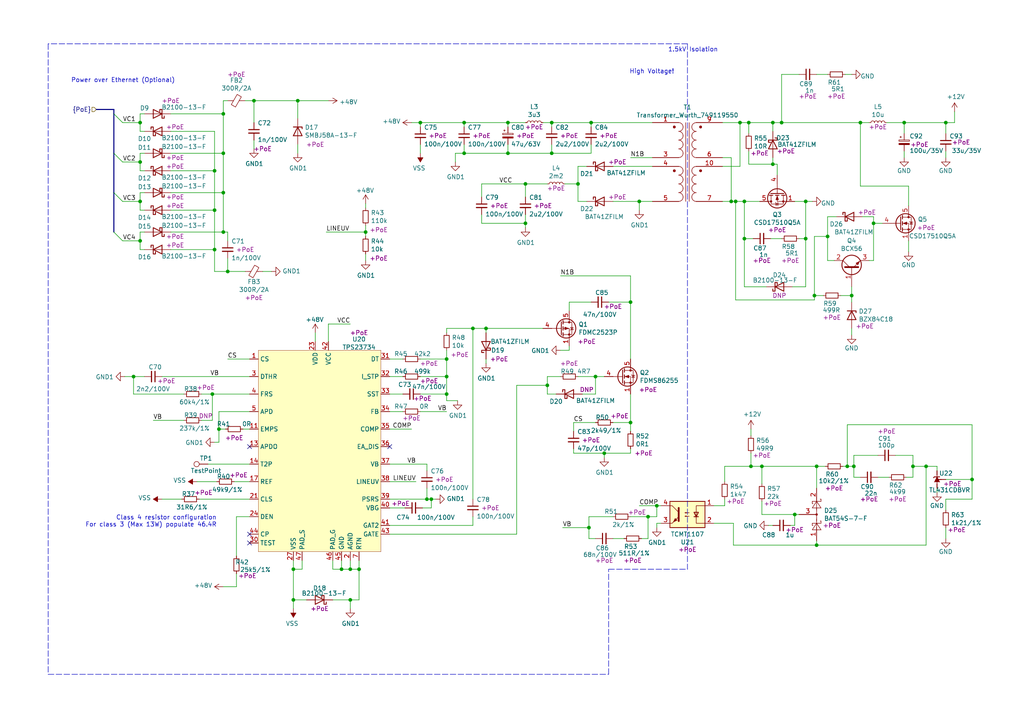
<source format=kicad_sch>
(kicad_sch (version 20210123) (generator eeschema)
  (paper "A4")
  (title_block (title "Power over Ethernet") (date "2021-01-12") (rev "0.1") (company "Nabu Casa") (comment 1 "www.nabucasa.com") (comment 2 "Light Blue"))
  (junction (at 38.735 109.22) (diameter 0.9144))
  (junction (at 40.64 35.56) (diameter 0.9144))
  (junction (at 40.64 46.99) (diameter 0.9144))
  (junction (at 40.64 58.42) (diameter 0.9144))
  (junction (at 40.64 69.85) (diameter 0.9144))
  (junction (at 61.595 114.3) (diameter 0.9144))
  (junction (at 62.23 49.53) (diameter 0.9144))
  (junction (at 62.23 60.96) (diameter 0.9144))
  (junction (at 62.23 72.39) (diameter 0.9144))
  (junction (at 63.5 124.46) (diameter 0.9144))
  (junction (at 64.77 33.02) (diameter 0.9144))
  (junction (at 64.77 44.45) (diameter 0.9144))
  (junction (at 64.77 55.88) (diameter 0.9144))
  (junction (at 64.77 67.31) (diameter 0.9144))
  (junction (at 66.04 78.74) (diameter 0.9144))
  (junction (at 73.66 29.21) (diameter 0.9144))
  (junction (at 85.09 165.1) (diameter 0.9144))
  (junction (at 85.09 173.99) (diameter 0.9144))
  (junction (at 86.36 29.21) (diameter 0.9144))
  (junction (at 99.06 165.1) (diameter 0.9144))
  (junction (at 101.6 165.1) (diameter 0.9144))
  (junction (at 101.6 173.99) (diameter 0.9144))
  (junction (at 104.14 165.1) (diameter 0.9144))
  (junction (at 106.045 67.31) (diameter 0.9144))
  (junction (at 121.92 35.56) (diameter 0.9144))
  (junction (at 123.825 144.78) (diameter 0.9144))
  (junction (at 125.095 144.78) (diameter 0.9144))
  (junction (at 129.54 104.14) (diameter 0.9144))
  (junction (at 129.54 109.22) (diameter 0.9144))
  (junction (at 129.54 114.3) (diameter 0.9144))
  (junction (at 134.62 35.56) (diameter 0.9144))
  (junction (at 134.62 44.45) (diameter 0.9144))
  (junction (at 137.16 95.25) (diameter 0.9144))
  (junction (at 140.97 95.25) (diameter 0.9144))
  (junction (at 147.32 35.56) (diameter 0.9144))
  (junction (at 147.32 44.45) (diameter 0.9144))
  (junction (at 152.4 53.34) (diameter 0.9144))
  (junction (at 152.4 64.77) (diameter 0.9144))
  (junction (at 158.75 111.76) (diameter 0.9144))
  (junction (at 160.02 35.56) (diameter 0.9144))
  (junction (at 160.02 44.45) (diameter 0.9144))
  (junction (at 167.64 53.34) (diameter 0.9144))
  (junction (at 170.815 153.035) (diameter 0.9144))
  (junction (at 171.45 35.56) (diameter 0.9144))
  (junction (at 172.72 109.22) (diameter 0.9144))
  (junction (at 175.26 131.445) (diameter 0.9144))
  (junction (at 182.88 87.63) (diameter 0.9144))
  (junction (at 182.88 122.555) (diameter 0.9144))
  (junction (at 185.42 58.42) (diameter 0.9144))
  (junction (at 187.96 149.86) (diameter 0.9144))
  (junction (at 190.5 146.685) (diameter 0.9144))
  (junction (at 212.09 58.42) (diameter 0.9144))
  (junction (at 213.36 58.42) (diameter 0.9144))
  (junction (at 214.63 35.56) (diameter 0.9144))
  (junction (at 215.9 58.42) (diameter 0.9144))
  (junction (at 215.9 69.215) (diameter 0.9144))
  (junction (at 217.17 35.56) (diameter 0.9144))
  (junction (at 217.805 135.255) (diameter 0.9144))
  (junction (at 220.98 135.255) (diameter 0.9144))
  (junction (at 224.155 35.56) (diameter 0.9144))
  (junction (at 224.155 47.625) (diameter 0.9144))
  (junction (at 226.695 35.56) (diameter 0.9144))
  (junction (at 230.505 149.225) (diameter 0.9144))
  (junction (at 233.68 58.42) (diameter 0.9144))
  (junction (at 233.68 69.215) (diameter 0.9144))
  (junction (at 236.22 85.725) (diameter 0.9144))
  (junction (at 236.855 135.255) (diameter 0.9144))
  (junction (at 236.855 158.115) (diameter 0.9144))
  (junction (at 240.03 68.58) (diameter 0.9144))
  (junction (at 245.745 135.255) (diameter 0.9144))
  (junction (at 247.015 85.725) (diameter 0.9144))
  (junction (at 247.65 135.255) (diameter 0.9144))
  (junction (at 249.555 35.56) (diameter 0.9144))
  (junction (at 253.365 64.77) (diameter 0.9144))
  (junction (at 262.255 35.56) (diameter 0.9144))
  (junction (at 264.795 135.255) (diameter 0.9144))
  (junction (at 268.605 135.255) (diameter 0.9144))
  (junction (at 274.32 35.56) (diameter 0.9144))
  (junction (at 281.94 139.065) (diameter 0.9144))
  (no_connect (at 72.39 129.54))
  (no_connect (at 72.39 154.94))
  (no_connect (at 72.39 157.48))
  (no_connect (at 113.03 129.54))
  (bus_entry (at 33.02 33.02) (size 2.54 2.54) (stroke (width 0.1524)))
  (bus_entry (at 33.02 44.45) (size 2.54 2.54) (stroke (width 0.1524)))
  (bus_entry (at 33.02 55.88) (size 2.54 2.54) (stroke (width 0.1524)))
  (bus_entry (at 33.02 67.31) (size 2.54 2.54) (stroke (width 0.1524)))
  (wire (pts (xy 35.56 35.56) (xy 40.64 35.56)))
  (wire (pts (xy 35.56 46.99) (xy 40.64 46.99)))
  (wire (pts (xy 35.56 58.42) (xy 40.64 58.42)))
  (wire (pts (xy 35.56 69.85) (xy 40.64 69.85)))
  (wire (pts (xy 36.195 109.22) (xy 38.735 109.22)))
  (wire (pts (xy 38.735 109.22) (xy 41.91 109.22)))
  (wire (pts (xy 38.735 114.3) (xy 38.735 109.22)))
  (wire (pts (xy 40.64 33.02) (xy 40.64 35.56)))
  (wire (pts (xy 40.64 38.1) (xy 40.64 35.56)))
  (wire (pts (xy 40.64 44.45) (xy 40.64 46.99)))
  (wire (pts (xy 40.64 49.53) (xy 40.64 46.99)))
  (wire (pts (xy 40.64 55.88) (xy 40.64 58.42)))
  (wire (pts (xy 40.64 60.96) (xy 40.64 58.42)))
  (wire (pts (xy 40.64 67.31) (xy 40.64 69.85)))
  (wire (pts (xy 40.64 72.39) (xy 40.64 69.85)))
  (wire (pts (xy 41.91 33.02) (xy 40.64 33.02)))
  (wire (pts (xy 41.91 38.1) (xy 40.64 38.1)))
  (wire (pts (xy 41.91 44.45) (xy 40.64 44.45)))
  (wire (pts (xy 41.91 49.53) (xy 40.64 49.53)))
  (wire (pts (xy 41.91 55.88) (xy 40.64 55.88)))
  (wire (pts (xy 41.91 60.96) (xy 40.64 60.96)))
  (wire (pts (xy 41.91 67.31) (xy 40.64 67.31)))
  (wire (pts (xy 41.91 72.39) (xy 40.64 72.39)))
  (wire (pts (xy 44.45 121.92) (xy 53.34 121.92)))
  (wire (pts (xy 46.99 109.22) (xy 72.39 109.22)))
  (wire (pts (xy 46.99 144.78) (xy 52.705 144.78)))
  (wire (pts (xy 49.53 33.02) (xy 64.77 33.02)))
  (wire (pts (xy 49.53 38.1) (xy 62.23 38.1)))
  (wire (pts (xy 49.53 44.45) (xy 64.77 44.45)))
  (wire (pts (xy 49.53 49.53) (xy 62.23 49.53)))
  (wire (pts (xy 49.53 55.88) (xy 64.77 55.88)))
  (wire (pts (xy 49.53 60.96) (xy 62.23 60.96)))
  (wire (pts (xy 49.53 67.31) (xy 64.77 67.31)))
  (wire (pts (xy 49.53 72.39) (xy 62.23 72.39)))
  (wire (pts (xy 53.34 114.3) (xy 38.735 114.3)))
  (wire (pts (xy 57.15 139.7) (xy 62.865 139.7)))
  (wire (pts (xy 57.785 144.78) (xy 72.39 144.78)))
  (wire (pts (xy 58.42 114.3) (xy 61.595 114.3)))
  (wire (pts (xy 58.42 121.92) (xy 61.595 121.92)))
  (wire (pts (xy 60.325 134.62) (xy 72.39 134.62)))
  (wire (pts (xy 61.595 114.3) (xy 72.39 114.3)))
  (wire (pts (xy 61.595 121.92) (xy 61.595 114.3)))
  (wire (pts (xy 62.23 38.1) (xy 62.23 49.53)))
  (wire (pts (xy 62.23 49.53) (xy 62.23 60.96)))
  (wire (pts (xy 62.23 60.96) (xy 62.23 72.39)))
  (wire (pts (xy 62.23 72.39) (xy 62.23 78.74)))
  (wire (pts (xy 62.23 78.74) (xy 66.04 78.74)))
  (wire (pts (xy 63.5 119.38) (xy 63.5 124.46)))
  (wire (pts (xy 63.5 119.38) (xy 72.39 119.38)))
  (wire (pts (xy 63.5 124.46) (xy 63.5 128.27)))
  (wire (pts (xy 63.5 124.46) (xy 65.405 124.46)))
  (wire (pts (xy 63.5 128.27) (xy 62.23 128.27)))
  (wire (pts (xy 64.77 29.21) (xy 64.77 33.02)))
  (wire (pts (xy 64.77 29.21) (xy 66.04 29.21)))
  (wire (pts (xy 64.77 33.02) (xy 64.77 44.45)))
  (wire (pts (xy 64.77 44.45) (xy 64.77 55.88)))
  (wire (pts (xy 64.77 55.88) (xy 64.77 67.31)))
  (wire (pts (xy 64.77 67.31) (xy 66.04 67.31)))
  (wire (pts (xy 66.04 67.31) (xy 66.04 69.85)))
  (wire (pts (xy 66.04 74.93) (xy 66.04 78.74)))
  (wire (pts (xy 66.04 78.74) (xy 71.12 78.74)))
  (wire (pts (xy 66.04 104.14) (xy 72.39 104.14)))
  (wire (pts (xy 67.945 139.7) (xy 72.39 139.7)))
  (wire (pts (xy 68.58 149.86) (xy 68.58 161.29)))
  (wire (pts (xy 68.58 166.37) (xy 68.58 170.18)))
  (wire (pts (xy 68.58 170.18) (xy 64.77 170.18)))
  (wire (pts (xy 70.485 124.46) (xy 72.39 124.46)))
  (wire (pts (xy 71.12 29.21) (xy 73.66 29.21)))
  (wire (pts (xy 72.39 149.86) (xy 68.58 149.86)))
  (wire (pts (xy 73.66 29.21) (xy 73.66 35.56)))
  (wire (pts (xy 73.66 29.21) (xy 86.36 29.21)))
  (wire (pts (xy 73.66 40.64) (xy 73.66 43.18)))
  (wire (pts (xy 76.2 78.74) (xy 78.74 78.74)))
  (wire (pts (xy 85.09 165.1) (xy 85.09 162.56)))
  (wire (pts (xy 85.09 165.1) (xy 85.09 173.99)))
  (wire (pts (xy 85.09 173.99) (xy 85.09 176.53)))
  (wire (pts (xy 85.09 173.99) (xy 88.9 173.99)))
  (wire (pts (xy 86.36 29.21) (xy 95.25 29.21)))
  (wire (pts (xy 86.36 34.29) (xy 86.36 29.21)))
  (wire (pts (xy 86.36 41.91) (xy 86.36 44.45)))
  (wire (pts (xy 87.63 162.56) (xy 87.63 165.1)))
  (wire (pts (xy 87.63 165.1) (xy 85.09 165.1)))
  (wire (pts (xy 91.44 96.52) (xy 91.44 99.06)))
  (wire (pts (xy 94.615 67.31) (xy 106.045 67.31)))
  (wire (pts (xy 95.25 93.98) (xy 101.6 93.98)))
  (wire (pts (xy 95.25 99.06) (xy 95.25 93.98)))
  (wire (pts (xy 96.52 162.56) (xy 96.52 165.1)))
  (wire (pts (xy 96.52 165.1) (xy 99.06 165.1)))
  (wire (pts (xy 96.52 173.99) (xy 101.6 173.99)))
  (wire (pts (xy 99.06 162.56) (xy 99.06 165.1)))
  (wire (pts (xy 99.06 165.1) (xy 101.6 165.1)))
  (wire (pts (xy 101.6 162.56) (xy 101.6 165.1)))
  (wire (pts (xy 101.6 165.1) (xy 104.14 165.1)))
  (wire (pts (xy 101.6 173.99) (xy 101.6 176.53)))
  (wire (pts (xy 104.14 165.1) (xy 104.14 162.56)))
  (wire (pts (xy 104.14 165.1) (xy 104.14 173.99)))
  (wire (pts (xy 104.14 173.99) (xy 101.6 173.99)))
  (wire (pts (xy 106.045 59.055) (xy 106.045 60.325)))
  (wire (pts (xy 106.045 65.405) (xy 106.045 67.31)))
  (wire (pts (xy 106.045 67.31) (xy 106.045 68.58)))
  (wire (pts (xy 106.045 73.66) (xy 106.045 75.565)))
  (wire (pts (xy 113.03 104.14) (xy 116.84 104.14)))
  (wire (pts (xy 113.03 109.22) (xy 116.84 109.22)))
  (wire (pts (xy 113.03 114.3) (xy 116.84 114.3)))
  (wire (pts (xy 113.03 119.38) (xy 116.84 119.38)))
  (wire (pts (xy 113.03 124.46) (xy 119.38 124.46)))
  (wire (pts (xy 113.03 134.62) (xy 123.825 134.62)))
  (wire (pts (xy 113.03 139.7) (xy 120.65 139.7)))
  (wire (pts (xy 113.03 144.78) (xy 123.825 144.78)))
  (wire (pts (xy 113.03 147.32) (xy 117.475 147.32)))
  (wire (pts (xy 113.03 152.4) (xy 137.16 152.4)))
  (wire (pts (xy 113.03 154.94) (xy 149.86 154.94)))
  (wire (pts (xy 119.38 35.56) (xy 121.92 35.56)))
  (wire (pts (xy 121.92 35.56) (xy 121.92 36.83)))
  (wire (pts (xy 121.92 35.56) (xy 134.62 35.56)))
  (wire (pts (xy 121.92 41.91) (xy 121.92 44.45)))
  (wire (pts (xy 121.92 104.14) (xy 129.54 104.14)))
  (wire (pts (xy 121.92 109.22) (xy 129.54 109.22)))
  (wire (pts (xy 121.92 114.3) (xy 129.54 114.3)))
  (wire (pts (xy 121.92 119.38) (xy 129.54 119.38)))
  (wire (pts (xy 122.555 147.32) (xy 125.095 147.32)))
  (wire (pts (xy 123.825 134.62) (xy 123.825 136.525)))
  (wire (pts (xy 123.825 141.605) (xy 123.825 144.78)))
  (wire (pts (xy 123.825 144.78) (xy 125.095 144.78)))
  (wire (pts (xy 125.095 144.78) (xy 126.365 144.78)))
  (wire (pts (xy 125.095 147.32) (xy 125.095 144.78)))
  (wire (pts (xy 129.54 95.25) (xy 129.54 96.52)))
  (wire (pts (xy 129.54 101.6) (xy 129.54 104.14)))
  (wire (pts (xy 129.54 104.14) (xy 129.54 109.22)))
  (wire (pts (xy 129.54 109.22) (xy 129.54 114.3)))
  (wire (pts (xy 129.54 116.205) (xy 129.54 114.3)))
  (wire (pts (xy 132.08 44.45) (xy 132.08 46.99)))
  (wire (pts (xy 132.715 116.205) (xy 129.54 116.205)))
  (wire (pts (xy 134.62 35.56) (xy 134.62 36.83)))
  (wire (pts (xy 134.62 35.56) (xy 147.32 35.56)))
  (wire (pts (xy 134.62 41.91) (xy 134.62 44.45)))
  (wire (pts (xy 134.62 44.45) (xy 132.08 44.45)))
  (wire (pts (xy 134.62 44.45) (xy 147.32 44.45)))
  (wire (pts (xy 137.16 95.25) (xy 129.54 95.25)))
  (wire (pts (xy 137.16 95.25) (xy 137.16 144.78)))
  (wire (pts (xy 137.16 152.4) (xy 137.16 149.86)))
  (wire (pts (xy 139.7 53.34) (xy 139.7 57.15)))
  (wire (pts (xy 139.7 53.34) (xy 152.4 53.34)))
  (wire (pts (xy 139.7 62.23) (xy 139.7 64.77)))
  (wire (pts (xy 139.7 64.77) (xy 152.4 64.77)))
  (wire (pts (xy 140.97 95.25) (xy 137.16 95.25)))
  (wire (pts (xy 140.97 95.25) (xy 140.97 96.52)))
  (wire (pts (xy 140.97 104.14) (xy 140.97 105.41)))
  (wire (pts (xy 147.32 35.56) (xy 147.32 36.83)))
  (wire (pts (xy 147.32 35.56) (xy 152.4 35.56)))
  (wire (pts (xy 147.32 41.91) (xy 147.32 44.45)))
  (wire (pts (xy 147.32 44.45) (xy 160.02 44.45)))
  (wire (pts (xy 149.86 111.76) (xy 158.75 111.76)))
  (wire (pts (xy 149.86 154.94) (xy 149.86 111.76)))
  (wire (pts (xy 152.4 53.34) (xy 152.4 57.15)))
  (wire (pts (xy 152.4 62.23) (xy 152.4 64.77)))
  (wire (pts (xy 152.4 64.77) (xy 152.4 66.04)))
  (wire (pts (xy 157.48 35.56) (xy 160.02 35.56)))
  (wire (pts (xy 157.48 95.25) (xy 140.97 95.25)))
  (wire (pts (xy 158.75 53.34) (xy 152.4 53.34)))
  (wire (pts (xy 158.75 109.22) (xy 162.56 109.22)))
  (wire (pts (xy 158.75 111.76) (xy 158.75 109.22)))
  (wire (pts (xy 158.75 114.3) (xy 158.75 111.76)))
  (wire (pts (xy 160.02 35.56) (xy 160.02 36.83)))
  (wire (pts (xy 160.02 35.56) (xy 171.45 35.56)))
  (wire (pts (xy 160.02 41.91) (xy 160.02 44.45)))
  (wire (pts (xy 160.02 44.45) (xy 171.45 44.45)))
  (wire (pts (xy 161.29 114.3) (xy 158.75 114.3)))
  (wire (pts (xy 162.56 80.01) (xy 182.88 80.01)))
  (wire (pts (xy 163.195 153.035) (xy 170.815 153.035)))
  (wire (pts (xy 163.83 53.34) (xy 167.64 53.34)))
  (wire (pts (xy 165.1 87.63) (xy 165.1 90.17)))
  (wire (pts (xy 165.1 100.33) (xy 165.1 101.6)))
  (wire (pts (xy 165.1 101.6) (xy 162.56 101.6)))
  (wire (pts (xy 166.37 122.555) (xy 166.37 125.095)))
  (wire (pts (xy 166.37 131.445) (xy 166.37 130.175)))
  (wire (pts (xy 167.64 48.26) (xy 167.64 53.34)))
  (wire (pts (xy 167.64 53.34) (xy 167.64 58.42)))
  (wire (pts (xy 167.64 58.42) (xy 170.18 58.42)))
  (wire (pts (xy 168.91 114.3) (xy 172.72 114.3)))
  (wire (pts (xy 170.18 48.26) (xy 167.64 48.26)))
  (wire (pts (xy 170.815 149.86) (xy 170.815 153.035)))
  (wire (pts (xy 170.815 156.21) (xy 170.815 153.035)))
  (wire (pts (xy 171.45 35.56) (xy 171.45 36.83)))
  (wire (pts (xy 171.45 35.56) (xy 189.23 35.56)))
  (wire (pts (xy 171.45 41.91) (xy 171.45 44.45)))
  (wire (pts (xy 171.45 87.63) (xy 165.1 87.63)))
  (wire (pts (xy 172.72 109.22) (xy 167.64 109.22)))
  (wire (pts (xy 172.72 109.22) (xy 175.26 109.22)))
  (wire (pts (xy 172.72 114.3) (xy 172.72 109.22)))
  (wire (pts (xy 172.72 122.555) (xy 166.37 122.555)))
  (wire (pts (xy 172.72 156.21) (xy 170.815 156.21)))
  (wire (pts (xy 175.26 131.445) (xy 166.37 131.445)))
  (wire (pts (xy 175.26 131.445) (xy 175.26 132.715)))
  (wire (pts (xy 176.53 87.63) (xy 182.88 87.63)))
  (wire (pts (xy 177.8 48.26) (xy 189.23 48.26)))
  (wire (pts (xy 177.8 58.42) (xy 185.42 58.42)))
  (wire (pts (xy 177.8 122.555) (xy 182.88 122.555)))
  (wire (pts (xy 177.8 149.86) (xy 170.815 149.86)))
  (wire (pts (xy 177.8 156.21) (xy 180.975 156.21)))
  (wire (pts (xy 182.88 45.72) (xy 189.23 45.72)))
  (wire (pts (xy 182.88 87.63) (xy 182.88 80.01)))
  (wire (pts (xy 182.88 104.14) (xy 182.88 87.63)))
  (wire (pts (xy 182.88 114.3) (xy 182.88 122.555)))
  (wire (pts (xy 182.88 122.555) (xy 182.88 125.095)))
  (wire (pts (xy 182.88 130.175) (xy 182.88 131.445)))
  (wire (pts (xy 182.88 131.445) (xy 175.26 131.445)))
  (wire (pts (xy 182.88 149.86) (xy 187.96 149.86)))
  (wire (pts (xy 185.42 58.42) (xy 185.42 60.96)))
  (wire (pts (xy 185.42 58.42) (xy 189.23 58.42)))
  (wire (pts (xy 186.055 156.21) (xy 187.96 156.21)))
  (wire (pts (xy 187.96 149.86) (xy 190.5 149.86)))
  (wire (pts (xy 187.96 156.21) (xy 187.96 149.86)))
  (wire (pts (xy 190.5 146.685) (xy 185.42 146.685)))
  (wire (pts (xy 190.5 149.86) (xy 190.5 146.685)))
  (wire (pts (xy 190.5 151.765) (xy 190.5 153.035)))
  (wire (pts (xy 191.77 146.685) (xy 190.5 146.685)))
  (wire (pts (xy 191.77 151.765) (xy 190.5 151.765)))
  (wire (pts (xy 207.01 146.685) (xy 210.185 146.685)))
  (wire (pts (xy 209.55 35.56) (xy 214.63 35.56)))
  (wire (pts (xy 209.55 45.72) (xy 212.09 45.72)))
  (wire (pts (xy 210.185 135.255) (xy 217.805 135.255)))
  (wire (pts (xy 210.185 139.7) (xy 210.185 135.255)))
  (wire (pts (xy 210.185 146.685) (xy 210.185 144.78)))
  (wire (pts (xy 212.09 45.72) (xy 212.09 58.42)))
  (wire (pts (xy 212.09 58.42) (xy 209.55 58.42)))
  (wire (pts (xy 212.09 58.42) (xy 213.36 58.42)))
  (wire (pts (xy 212.725 151.765) (xy 207.01 151.765)))
  (wire (pts (xy 212.725 151.765) (xy 212.725 158.115)))
  (wire (pts (xy 212.725 158.115) (xy 236.855 158.115)))
  (wire (pts (xy 213.36 58.42) (xy 213.36 86.995)))
  (wire (pts (xy 213.36 58.42) (xy 215.9 58.42)))
  (wire (pts (xy 213.36 86.995) (xy 236.22 86.995)))
  (wire (pts (xy 214.63 35.56) (xy 214.63 48.26)))
  (wire (pts (xy 214.63 35.56) (xy 217.17 35.56)))
  (wire (pts (xy 214.63 48.26) (xy 209.55 48.26)))
  (wire (pts (xy 215.9 58.42) (xy 220.345 58.42)))
  (wire (pts (xy 215.9 69.215) (xy 215.9 58.42)))
  (wire (pts (xy 215.9 69.215) (xy 218.44 69.215)))
  (wire (pts (xy 215.9 83.185) (xy 215.9 69.215)))
  (wire (pts (xy 217.17 35.56) (xy 217.17 38.735)))
  (wire (pts (xy 217.17 35.56) (xy 224.155 35.56)))
  (wire (pts (xy 217.17 47.625) (xy 217.17 43.815)))
  (wire (pts (xy 217.805 124.46) (xy 217.805 126.365)))
  (wire (pts (xy 217.805 131.445) (xy 217.805 135.255)))
  (wire (pts (xy 220.98 135.255) (xy 217.805 135.255)))
  (wire (pts (xy 220.98 135.255) (xy 236.855 135.255)))
  (wire (pts (xy 220.98 140.335) (xy 220.98 135.255)))
  (wire (pts (xy 220.98 149.225) (xy 220.98 145.415)))
  (wire (pts (xy 222.25 83.185) (xy 215.9 83.185)))
  (wire (pts (xy 222.885 152.4) (xy 224.155 152.4)))
  (wire (pts (xy 223.52 69.215) (xy 226.695 69.215)))
  (wire (pts (xy 224.155 35.56) (xy 224.155 38.1)))
  (wire (pts (xy 224.155 35.56) (xy 226.695 35.56)))
  (wire (pts (xy 224.155 45.72) (xy 224.155 47.625)))
  (wire (pts (xy 224.155 47.625) (xy 217.17 47.625)))
  (wire (pts (xy 225.425 47.625) (xy 224.155 47.625)))
  (wire (pts (xy 225.425 50.8) (xy 225.425 47.625)))
  (wire (pts (xy 226.695 21.59) (xy 226.695 35.56)))
  (wire (pts (xy 226.695 35.56) (xy 249.555 35.56)))
  (wire (pts (xy 229.235 152.4) (xy 230.505 152.4)))
  (wire (pts (xy 230.505 58.42) (xy 233.68 58.42)))
  (wire (pts (xy 230.505 149.225) (xy 220.98 149.225)))
  (wire (pts (xy 230.505 152.4) (xy 230.505 149.225)))
  (wire (pts (xy 231.775 21.59) (xy 226.695 21.59)))
  (wire (pts (xy 231.775 69.215) (xy 233.68 69.215)))
  (wire (pts (xy 231.775 149.225) (xy 230.505 149.225)))
  (wire (pts (xy 233.68 58.42) (xy 233.68 69.215)))
  (wire (pts (xy 233.68 58.42) (xy 235.585 58.42)))
  (wire (pts (xy 233.68 69.215) (xy 233.68 83.185)))
  (wire (pts (xy 233.68 83.185) (xy 229.87 83.185)))
  (wire (pts (xy 236.22 68.58) (xy 240.03 68.58)))
  (wire (pts (xy 236.22 85.725) (xy 236.22 68.58)))
  (wire (pts (xy 236.22 85.725) (xy 238.76 85.725)))
  (wire (pts (xy 236.22 86.995) (xy 236.22 85.725)))
  (wire (pts (xy 236.855 21.59) (xy 240.03 21.59)))
  (wire (pts (xy 236.855 135.255) (xy 236.855 141.605)))
  (wire (pts (xy 236.855 135.255) (xy 239.395 135.255)))
  (wire (pts (xy 236.855 156.845) (xy 236.855 158.115)))
  (wire (pts (xy 236.855 158.115) (xy 268.605 158.115)))
  (wire (pts (xy 240.03 62.865) (xy 240.03 68.58)))
  (wire (pts (xy 240.03 68.58) (xy 240.03 75.565)))
  (wire (pts (xy 240.03 75.565) (xy 241.935 75.565)))
  (wire (pts (xy 242.57 62.865) (xy 240.03 62.865)))
  (wire (pts (xy 243.84 85.725) (xy 247.015 85.725)))
  (wire (pts (xy 244.475 135.255) (xy 245.745 135.255)))
  (wire (pts (xy 245.11 21.59) (xy 247.015 21.59)))
  (wire (pts (xy 245.745 123.19) (xy 245.745 135.255)))
  (wire (pts (xy 245.745 135.255) (xy 247.65 135.255)))
  (wire (pts (xy 247.015 83.185) (xy 247.015 85.725)))
  (wire (pts (xy 247.015 85.725) (xy 247.015 87.63)))
  (wire (pts (xy 247.015 95.25) (xy 247.015 97.155)))
  (wire (pts (xy 247.65 132.08) (xy 247.65 135.255)))
  (wire (pts (xy 247.65 135.255) (xy 247.65 138.43)))
  (wire (pts (xy 249.555 35.56) (xy 252.095 35.56)))
  (wire (pts (xy 249.555 53.975) (xy 249.555 35.56)))
  (wire (pts (xy 249.555 138.43) (xy 247.65 138.43)))
  (wire (pts (xy 250.19 62.865) (xy 253.365 62.865)))
  (wire (pts (xy 253.365 62.865) (xy 253.365 64.77)))
  (wire (pts (xy 253.365 64.77) (xy 253.365 75.565)))
  (wire (pts (xy 253.365 64.77) (xy 255.905 64.77)))
  (wire (pts (xy 253.365 75.565) (xy 252.095 75.565)))
  (wire (pts (xy 254.635 132.08) (xy 247.65 132.08)))
  (wire (pts (xy 254.635 138.43) (xy 257.81 138.43)))
  (wire (pts (xy 257.175 35.56) (xy 262.255 35.56)))
  (wire (pts (xy 259.715 132.08) (xy 264.795 132.08)))
  (wire (pts (xy 262.255 35.56) (xy 262.255 38.735)))
  (wire (pts (xy 262.255 35.56) (xy 274.32 35.56)))
  (wire (pts (xy 262.255 43.815) (xy 262.255 45.72)))
  (wire (pts (xy 262.89 138.43) (xy 264.795 138.43)))
  (wire (pts (xy 263.525 53.975) (xy 249.555 53.975)))
  (wire (pts (xy 263.525 59.69) (xy 263.525 53.975)))
  (wire (pts (xy 263.525 69.85) (xy 263.525 73.025)))
  (wire (pts (xy 264.795 135.255) (xy 264.795 132.08)))
  (wire (pts (xy 264.795 135.255) (xy 268.605 135.255)))
  (wire (pts (xy 264.795 138.43) (xy 264.795 135.255)))
  (wire (pts (xy 268.605 135.255) (xy 268.605 158.115)))
  (wire (pts (xy 271.78 135.255) (xy 268.605 135.255)))
  (wire (pts (xy 271.78 136.525) (xy 271.78 135.255)))
  (wire (pts (xy 271.78 141.605) (xy 271.78 142.875)))
  (wire (pts (xy 274.32 35.56) (xy 274.32 38.735)))
  (wire (pts (xy 274.32 35.56) (xy 276.86 35.56)))
  (wire (pts (xy 274.32 43.815) (xy 274.32 45.72)))
  (wire (pts (xy 274.32 139.065) (xy 281.94 139.065)))
  (wire (pts (xy 274.32 144.78) (xy 274.32 147.955)))
  (wire (pts (xy 274.32 153.035) (xy 274.32 156.21)))
  (wire (pts (xy 276.86 35.56) (xy 276.86 32.385)))
  (wire (pts (xy 281.94 123.19) (xy 245.745 123.19)))
  (wire (pts (xy 281.94 139.065) (xy 281.94 123.19)))
  (wire (pts (xy 281.94 139.065) (xy 281.94 144.78)))
  (wire (pts (xy 281.94 144.78) (xy 274.32 144.78)))
  (bus (pts (xy 27.94 31.75) (xy 33.02 31.75)))
  (bus (pts (xy 33.02 31.75) (xy 33.02 33.02)))
  (bus (pts (xy 33.02 33.02) (xy 33.02 44.45)))
  (bus (pts (xy 33.02 44.45) (xy 33.02 55.88)))
  (bus (pts (xy 33.02 55.88) (xy 33.02 67.31)))
  (polyline (pts (xy 13.97 12.7) (xy 13.97 195.58)) (stroke (width 0) (type dash)))
  (polyline (pts (xy 13.97 195.58) (xy 176.53 195.58)) (stroke (width 0) (type dash)))
  (polyline (pts (xy 176.53 165.1) (xy 199.39 165.1)) (stroke (width 0) (type dash)))
  (polyline (pts (xy 176.53 195.58) (xy 176.53 165.1)) (stroke (width 0) (type dash)))
  (polyline (pts (xy 199.39 12.7) (xy 13.97 12.7)) (stroke (width 0) (type dash)))
  (polyline (pts (xy 199.39 12.7) (xy 199.39 165.1)) (stroke (width 0) (type dash)))
  (text "Power over Ethernet (Optional)" (at 50.8 24.13 180) (effects (font (size 1.27 1.27)) (justify right bottom)))
  (text "Class 4 resistor configuration\nFor class 3 (Max 13W) populate 46.4R" (at 62.865 153.035 0) (effects (font (size 1.27 1.27)) (justify right bottom)))
  (text "High Voltage!" (at 195.58 21.59 180) (effects (font (size 1.27 1.27)) (justify right bottom)))
  (text "1.5kV Isolation" (at 208.28 15.24 180) (effects (font (size 1.27 1.27)) (justify right bottom)))
  (label "VC1" (at 39.37 35.56 180))
  (label "VC2" (at 39.37 46.99 180))
  (label "VC3" (at 39.37 58.42 180))
  (label "VC4" (at 39.37 69.85 180))
  (label "VB" (at 44.45 121.92 0))
  (label "VB" (at 60.96 109.22 0))
  (label "CS" (at 66.04 104.14 0))
  (label "LINEUV" (at 94.615 67.31 0))
  (label "VCC" (at 101.6 93.98 180))
  (label "COMP" (at 119.38 124.46 180))
  (label "VB" (at 120.65 134.62 180))
  (label "LINEUV" (at 120.65 139.7 180))
  (label "VB" (at 129.54 119.38 180))
  (label "VCC" (at 144.78 53.34 0))
  (label "N1B" (at 162.56 80.01 0))
  (label "VB" (at 163.195 153.035 0))
  (label "CS" (at 166.37 122.555 0))
  (label "N1B" (at 182.88 45.72 0))
  (label "COMP" (at 185.42 146.685 0))
  (hierarchical_label "{PoE}" (shape input) (at 27.94 31.75 180))
  (symbol (lib_id "Device:L_Small") (at 154.94 35.56 90) (unit 1)
    (property "Reference" "L3" (at 154.94 30.9688 90))
    (property "Value" "3u3" (at 154.94 33.267 90))
    (property "Footprint" "Inductor_SMD:L_Bourns_SRN6045TA" (effects hide))
    (property "Config" "+PoE" (at 154.94 36.83 90))
    (property "Manufacturer" "Bourns" (effects hide))
    (property "PartNumber" "SRN6045TA-3R3Y" (effects hide))
  )
  (symbol (lib_id "Device:L_Small") (at 161.29 53.34 90) (unit 1)
    (property "Reference" "L4" (at 161.29 48.7488 90))
    (property "Value" "2m2" (at 161.29 51.047 90))
    (property "Footprint" "LightBlue:L_Bourns-SDR1006" (effects hide))
    (property "Config" "+PoE" (at 161.29 54.61 90))
    (property "Manufacturer" "Bourns" (effects hide))
    (property "PartNumber" "SDR1006-222KL" (effects hide))
  )
  (symbol (lib_id "Device:L_Small") (at 254.635 35.56 90) (unit 1)
    (property "Reference" "L5" (at 254.635 30.9688 90))
    (property "Value" "10u" (at 254.635 33.267 90))
    (property "Footprint" "Inductor_SMD:L_Bourns_SRR1260" (effects hide))
    (property "Config" "+PoE" (at 254.635 36.83 90))
    (property "Manufacturer" "Bourns" (effects hide))
    (property "PartNumber" "SRR1260-100M" (effects hide))
  )
  (symbol (lib_id "Connector:TestPoint") (at 60.325 134.62 90) (unit 1)
    (property "Reference" "TP1" (at 59.7535 132.9498 90))
    (property "Value" "TestPoint" (at 59.7535 136.5185 90))
    (property "Footprint" "TestPoint:TestPoint_Pad_D1.0mm" (effects hide))
  )
  (symbol (lib_id "power:VSS") (at 46.99 144.78 90) (unit 1)
    (property "Reference" "#PWR0255" (effects hide))
    (property "Value" "VSS" (at 43.8149 144.4117 90) (effects (justify left)))
  )
  (symbol (lib_id "power:VSS") (at 57.15 139.7 90) (unit 1)
    (property "Reference" "#PWR0248" (effects hide))
    (property "Value" "VSS" (at 53.9749 139.3317 90) (effects (justify left)))
  )
  (symbol (lib_id "power:+48V") (at 64.77 170.18 90) (unit 1)
    (property "Reference" "#PWR0256" (effects hide))
    (property "Value" "+48V" (at 61.5949 169.8117 90) (effects (justify left)))
  )
  (symbol (lib_id "power:VSS") (at 85.09 176.53 180) (unit 1)
    (property "Reference" "#PWR0251" (effects hide))
    (property "Value" "VSS" (at 84.7217 180.8544 0))
  )
  (symbol (lib_id "power:+48V") (at 91.44 96.52 0) (unit 1)
    (property "Reference" "#PWR0253" (effects hide))
    (property "Value" "+48V" (at 88.6333 92.7099 0) (effects (justify left)))
  )
  (symbol (lib_id "power:+48V") (at 95.25 29.21 270) (unit 1)
    (property "Reference" "#PWR0246" (effects hide))
    (property "Value" "+48V" (at 98.4251 29.5783 90) (effects (justify left)))
  )
  (symbol (lib_id "power:+48V") (at 106.045 59.055 0) (unit 1)
    (property "Reference" "#PWR0260" (effects hide))
    (property "Value" "+48V" (at 103.2383 55.2449 0) (effects (justify left)))
  )
  (symbol (lib_id "power:+48V") (at 119.38 35.56 90) (unit 1)
    (property "Reference" "#PWR0244" (effects hide))
    (property "Value" "+48V" (at 116.2049 35.1917 90) (effects (justify left)))
  )
  (symbol (lib_id "power:VSS") (at 121.92 44.45 180) (unit 1)
    (property "Reference" "#PWR0259" (effects hide))
    (property "Value" "VSS" (at 121.5517 48.7744 0))
  )
  (symbol (lib_id "power:+12V") (at 217.805 124.46 0) (unit 1)
    (property "Reference" "#PWR0268" (effects hide))
    (property "Value" "+12V" (at 218.1733 120.1356 0))
  )
  (symbol (lib_id "power:+12V") (at 276.86 32.385 0) (unit 1)
    (property "Reference" "#PWR0277" (effects hide))
    (property "Value" "+12V" (at 277.2283 28.0606 0))
  )
  (symbol (lib_id "power:GND1") (at 36.195 109.22 270) (unit 1)
    (property "Reference" "#PWR0247" (effects hide))
    (property "Value" "GND1" (at 33.0199 109.3343 90) (effects (justify right)))
  )
  (symbol (lib_id "power:GND1") (at 62.23 128.27 270) (unit 1)
    (property "Reference" "#PWR0249" (effects hide))
    (property "Value" "GND1" (at 59.0549 128.3843 90) (effects (justify right)))
  )
  (symbol (lib_id "power:GND1") (at 73.66 43.18 0) (unit 1)
    (property "Reference" "#PWR0254" (effects hide))
    (property "Value" "GND1" (at 73.7743 47.5044 0))
  )
  (symbol (lib_id "power:GND1") (at 78.74 78.74 90) (unit 1)
    (property "Reference" "#PWR0252" (effects hide))
    (property "Value" "GND1" (at 81.9151 78.6257 90) (effects (justify right)))
  )
  (symbol (lib_id "power:GND1") (at 86.36 44.45 0) (unit 1)
    (property "Reference" "#PWR0245" (effects hide))
    (property "Value" "GND1" (at 86.4743 48.7744 0))
  )
  (symbol (lib_id "power:GND1") (at 101.6 176.53 0) (unit 1)
    (property "Reference" "#PWR0250" (effects hide))
    (property "Value" "GND1" (at 101.7143 180.8544 0))
  )
  (symbol (lib_id "power:GND1") (at 106.045 75.565 0) (unit 1)
    (property "Reference" "#PWR0261" (effects hide))
    (property "Value" "GND1" (at 106.1593 79.8894 0))
  )
  (symbol (lib_id "power:GND1") (at 126.365 144.78 90) (unit 1)
    (property "Reference" "#PWR0257" (effects hide))
    (property "Value" "GND1" (at 129.5401 144.6657 90) (effects (justify right)))
  )
  (symbol (lib_id "power:GND1") (at 132.08 46.99 0) (unit 1)
    (property "Reference" "#PWR0258" (effects hide))
    (property "Value" "GND1" (at 132.1943 51.3144 0))
  )
  (symbol (lib_id "power:GND1") (at 132.715 116.205 0) (unit 1)
    (property "Reference" "#PWR0265" (effects hide))
    (property "Value" "GND1" (at 132.8293 120.5294 0))
  )
  (symbol (lib_id "power:GND1") (at 140.97 105.41 0) (unit 1)
    (property "Reference" "#PWR0263" (effects hide))
    (property "Value" "GND1" (at 141.0843 109.7344 0))
  )
  (symbol (lib_id "power:GND1") (at 152.4 66.04 0) (unit 1)
    (property "Reference" "#PWR0262" (effects hide))
    (property "Value" "GND1" (at 152.5143 70.3644 0))
  )
  (symbol (lib_id "power:GND1") (at 162.56 101.6 270) (unit 1)
    (property "Reference" "#PWR0264" (effects hide))
    (property "Value" "GND1" (at 159.3849 101.7143 90) (effects (justify right)))
  )
  (symbol (lib_id "power:GND1") (at 175.26 132.715 0) (unit 1)
    (property "Reference" "#PWR0266" (effects hide))
    (property "Value" "GND1" (at 175.3743 137.0394 0))
  )
  (symbol (lib_id "power:GND1") (at 185.42 60.96 0) (unit 1)
    (property "Reference" "#PWR0267" (effects hide))
    (property "Value" "GND1" (at 185.5343 65.2844 0))
  )
  (symbol (lib_id "power:GND1") (at 190.5 153.035 0) (unit 1)
    (property "Reference" "#PWR0270" (effects hide))
    (property "Value" "GND1" (at 190.6143 157.3594 0))
  )
  (symbol (lib_id "power:GND") (at 222.885 152.4 270) (unit 1)
    (property "Reference" "#PWR0269" (effects hide))
    (property "Value" "GND" (at 219.7099 152.5143 90) (effects (justify right)))
  )
  (symbol (lib_id "power:GND") (at 235.585 58.42 90) (unit 1)
    (property "Reference" "#PWR0274" (effects hide))
    (property "Value" "GND" (at 238.1251 58.9407 90) (effects (justify right)))
  )
  (symbol (lib_id "power:GND") (at 247.015 21.59 90) (unit 1)
    (property "Reference" "#PWR0273" (effects hide))
    (property "Value" "GND" (at 249.5551 22.1107 90) (effects (justify right)))
  )
  (symbol (lib_id "power:GND") (at 247.015 97.155 0) (unit 1)
    (property "Reference" "#PWR0272" (effects hide))
    (property "Value" "GND" (at 249.0343 100.9651 0) (effects (justify right)))
  )
  (symbol (lib_id "power:GND") (at 262.255 45.72 0) (unit 1)
    (property "Reference" "#PWR0276" (effects hide))
    (property "Value" "GND" (at 264.2743 49.5301 0) (effects (justify right)))
  )
  (symbol (lib_id "power:GND") (at 263.525 73.025 0) (unit 1)
    (property "Reference" "#PWR0271" (effects hide))
    (property "Value" "GND" (at 265.5443 76.8351 0) (effects (justify right)))
  )
  (symbol (lib_id "power:GND") (at 271.78 142.875 0) (unit 1)
    (property "Reference" "#PWR0278" (effects hide))
    (property "Value" "GND" (at 273.7993 146.6851 0) (effects (justify right)))
  )
  (symbol (lib_id "power:GND") (at 274.32 45.72 0) (unit 1)
    (property "Reference" "#PWR0275" (effects hide))
    (property "Value" "GND" (at 276.3393 49.5301 0) (effects (justify right)))
  )
  (symbol (lib_id "power:GND") (at 274.32 156.21 0) (unit 1)
    (property "Reference" "#PWR0279" (effects hide))
    (property "Value" "GND" (at 276.3393 160.0201 0) (effects (justify right)))
  )
  (symbol (lib_id "Device:R_Small") (at 55.245 144.78 90) (unit 1)
    (property "Reference" "R37" (at 56.6356 143.2813 90) (effects (justify left)))
    (property "Value" "31R6/1%" (at 60.204 147.091 90) (effects (justify left)))
    (property "Footprint" "Resistor_SMD:R_0402_1005Metric" (effects hide))
    (property "Config" "+PoE" (at 59.055 142.875 90))
  )
  (symbol (lib_id "Device:R_Small") (at 55.88 114.3 90) (unit 1)
    (property "Reference" "R38" (at 57.2706 112.8013 90) (effects (justify left)))
    (property "Value" "60k4/1%" (at 60.839 116.611 90) (effects (justify left)))
    (property "Footprint" "Resistor_SMD:R_0402_1005Metric" (effects hide))
    (property "Config" "+PoE" (at 59.69 112.395 90))
  )
  (symbol (lib_id "Device:R_Small") (at 55.88 121.92 90) (unit 1)
    (property "Reference" "R39" (at 57.2706 120.4213 90) (effects (justify left)))
    (property "Value" "237k/1%" (at 60.839 124.231 90) (effects (justify left)))
    (property "Footprint" "Resistor_SMD:R_0402_1005Metric" (effects hide))
    (property "Config" "DNP" (at 59.69 120.65 90))
  )
  (symbol (lib_id "Device:R_Small") (at 65.405 139.7 90) (unit 1)
    (property "Reference" "R40" (at 66.7956 138.2013 90) (effects (justify left)))
    (property "Value" "49k9/1%" (at 70.364 142.011 90) (effects (justify left)))
    (property "Footprint" "Resistor_SMD:R_0402_1005Metric" (effects hide))
    (property "Config" "+PoE" (at 69.215 137.795 90))
  )
  (symbol (lib_id "Device:R_Small") (at 67.945 124.46 90) (unit 1)
    (property "Reference" "R41" (at 66.7956 122.9613 90) (effects (justify left)))
    (property "Value" "0R" (at 72.904 122.961 90) (effects (justify left)))
    (property "Footprint" "Resistor_SMD:R_0402_1005Metric" (effects hide))
    (property "Config" "+PoE" (at 67.945 127 90))
  )
  (symbol (lib_id "Device:R_Small") (at 68.58 163.83 180) (unit 1)
    (property "Reference" "R42" (at 72.1613 163.0744 0) (effects (justify left)))
    (property "Value" "25k5/1%" (at 78.511 165.221 0) (effects (justify left)))
    (property "Footprint" "Resistor_SMD:R_0402_1005Metric" (effects hide))
    (property "Config" "+PoE" (at 71.755 167.005 0))
  )
  (symbol (lib_id "Device:R_Small") (at 106.045 62.865 0) (unit 1)
    (property "Reference" "R43" (at 107.5437 61.7156 0) (effects (justify left)))
    (property "Value" "110k" (at 107.544 64.014 0) (effects (justify left)))
    (property "Footprint" "Resistor_SMD:R_0402_1005Metric" (effects hide))
    (property "Config" "+PoE" (at 109.855 66.675 0))
  )
  (symbol (lib_id "Device:R_Small") (at 106.045 71.12 0) (unit 1)
    (property "Reference" "R44" (at 107.5437 69.9706 0) (effects (justify left)))
    (property "Value" "10k" (at 107.544 72.269 0) (effects (justify left)))
    (property "Footprint" "Resistor_SMD:R_0402_1005Metric" (effects hide))
    (property "Config" "+PoE" (at 109.855 74.93 0))
  )
  (symbol (lib_id "Device:R_Small") (at 119.38 104.14 90) (unit 1)
    (property "Reference" "R45" (at 118.2306 102.6413 90) (effects (justify left)))
    (property "Value" "42k2" (at 124.974 102.641 90) (effects (justify left)))
    (property "Footprint" "Resistor_SMD:R_0402_1005Metric" (effects hide))
    (property "Config" "+PoE" (at 124.46 105.41 90))
  )
  (symbol (lib_id "Device:R_Small") (at 119.38 109.22 90) (unit 1)
    (property "Reference" "R46" (at 118.2306 107.7213 90) (effects (justify left)))
    (property "Value" "499k" (at 124.974 107.721 90) (effects (justify left)))
    (property "Footprint" "Resistor_SMD:R_0402_1005Metric" (effects hide))
    (property "Config" "+PoE" (at 124.46 110.49 90))
  )
  (symbol (lib_id "Device:R_Small") (at 119.38 119.38 90) (unit 1)
    (property "Reference" "R47" (at 118.2306 117.8813 90) (effects (justify left)))
    (property "Value" "0R" (at 124.339 117.881 90) (effects (justify left)))
    (property "Footprint" "Resistor_SMD:R_0402_1005Metric" (effects hide))
    (property "Config" "+PoE" (at 119.38 121.285 90))
  )
  (symbol (lib_id "Device:R_Small") (at 129.54 99.06 0) (unit 1)
    (property "Reference" "R48" (at 131.0387 97.9106 0) (effects (justify left)))
    (property "Value" "10k" (at 131.039 100.209 0) (effects (justify left)))
    (property "Footprint" "Resistor_SMD:R_0402_1005Metric" (effects hide))
    (property "Config" "+PoE" (at 133.35 102.87 0))
  )
  (symbol (lib_id "Device:R_Small") (at 165.1 109.22 90) (unit 1)
    (property "Reference" "R49" (at 166.4906 107.7213 90) (effects (justify left)))
    (property "Value" "4R7" (at 171.329 107.721 90) (effects (justify left)))
    (property "Footprint" "Resistor_SMD:R_0402_1005Metric" (effects hide))
    (property "Config" "+PoE" (at 165.1 105.41 90))
  )
  (symbol (lib_id "Device:R_Small") (at 175.26 122.555 90) (unit 1)
    (property "Reference" "R50" (at 176.6506 121.0563 90) (effects (justify left)))
    (property "Value" "2k49/1%" (at 180.219 124.866 90) (effects (justify left)))
    (property "Footprint" "Resistor_SMD:R_0402_1005Metric" (effects hide))
    (property "Config" "+PoE" (at 179.705 120.65 90))
  )
  (symbol (lib_id "Device:R_Small") (at 180.34 149.86 90) (unit 1)
    (property "Reference" "R51" (at 179.1906 148.3613 90) (effects (justify left)))
    (property "Value" "2k/1%" (at 184.029 152.171 90) (effects (justify left)))
    (property "Footprint" "Resistor_SMD:R_0402_1005Metric" (effects hide))
    (property "Config" "+PoE" (at 184.785 148.59 90))
  )
  (symbol (lib_id "Device:R_Small") (at 182.88 127.635 0) (unit 1)
    (property "Reference" "R52" (at 184.3787 126.4856 0) (effects (justify left)))
    (property "Value" "0R1" (at 184.379 128.784 0) (effects (justify left)))
    (property "Footprint" "Resistor_SMD:R_0805_2012Metric" (effects hide))
    (property "Config" "+PoE" (at 186.69 131.445 0))
  )
  (symbol (lib_id "Device:R_Small") (at 183.515 156.21 90) (unit 1)
    (property "Reference" "R53" (at 184.9056 158.5213 90) (effects (justify left)))
    (property "Value" "511R/1%" (at 188.474 160.426 90) (effects (justify left)))
    (property "Footprint" "Resistor_SMD:R_0402_1005Metric" (effects hide))
    (property "Config" "+PoE" (at 183.515 162.56 90))
  )
  (symbol (lib_id "Device:R_Small") (at 210.185 142.24 0) (unit 1)
    (property "Reference" "R54" (at 211.6837 141.0906 0) (effects (justify left)))
    (property "Value" "1k47" (at 211.684 143.389 0) (effects (justify left)))
    (property "Footprint" "Resistor_SMD:R_0402_1005Metric" (effects hide))
    (property "Config" "+PoE" (at 213.36 145.415 0))
  )
  (symbol (lib_id "Device:R_Small") (at 217.17 41.275 0) (unit 1)
    (property "Reference" "R55" (at 218.6687 40.1256 0) (effects (justify left)))
    (property "Value" "10R" (at 218.669 42.424 0) (effects (justify left)))
    (property "Footprint" "Resistor_SMD:R_0402_1005Metric" (effects hide))
    (property "Config" "+PoE" (at 220.345 44.45 0))
  )
  (symbol (lib_id "Device:R_Small") (at 217.805 128.905 0) (unit 1)
    (property "Reference" "R56" (at 219.3037 127.7556 0) (effects (justify left)))
    (property "Value" "49R9" (at 219.304 130.054 0) (effects (justify left)))
    (property "Footprint" "Resistor_SMD:R_0402_1005Metric" (effects hide))
    (property "Config" "+PoE" (at 220.98 132.08 0))
  )
  (symbol (lib_id "Device:R_Small") (at 220.98 142.875 0) (unit 1)
    (property "Reference" "R57" (at 222.4787 141.7256 0) (effects (justify left)))
    (property "Value" "22k" (at 222.479 144.024 0) (effects (justify left)))
    (property "Footprint" "Resistor_SMD:R_0402_1005Metric" (effects hide))
    (property "Config" "+PoE" (at 224.155 146.05 0))
  )
  (symbol (lib_id "Device:R_Small") (at 229.235 69.215 90) (unit 1)
    (property "Reference" "R58" (at 230.6256 71.5263 90) (effects (justify left)))
    (property "Value" "5R1" (at 231.654 73.431 90) (effects (justify left)))
    (property "Footprint" "Resistor_SMD:R_0402_1005Metric" (effects hide))
    (property "Config" "+PoE" (at 229.235 75.565 90))
  )
  (symbol (lib_id "Device:R_Small") (at 241.3 85.725 90) (unit 1)
    (property "Reference" "R59" (at 242.6906 88.0363 90) (effects (justify left)))
    (property "Value" "499R" (at 243.719 89.941 90) (effects (justify left)))
    (property "Footprint" "Resistor_SMD:R_0402_1005Metric" (effects hide))
    (property "Config" "+PoE" (at 241.3 92.075 90))
  )
  (symbol (lib_id "Device:R_Small") (at 241.935 135.255 90) (unit 1)
    (property "Reference" "R60" (at 243.3256 137.5663 90) (effects (justify left)))
    (property "Value" "10k2/1%" (at 246.259 139.471 90) (effects (justify left)))
    (property "Footprint" "Resistor_SMD:R_0402_1005Metric" (effects hide))
    (property "Config" "+PoE" (at 241.935 141.605 90))
  )
  (symbol (lib_id "Device:R_Small") (at 242.57 21.59 90) (unit 1)
    (property "Reference" "R61" (at 243.9606 23.9013 90) (effects (justify left)))
    (property "Value" "5R1" (at 244.989 25.806 90) (effects (justify left)))
    (property "Footprint" "Resistor_SMD:R_0402_1005Metric" (effects hide))
    (property "Config" "+PoE" (at 242.57 27.94 90))
  )
  (symbol (lib_id "Device:R_Small") (at 260.35 138.43 90) (unit 1)
    (property "Reference" "R62" (at 261.7406 140.7413 90) (effects (justify left)))
    (property "Value" "4k99" (at 262.769 142.646 90) (effects (justify left)))
    (property "Footprint" "Resistor_SMD:R_0402_1005Metric" (effects hide))
    (property "Config" "+PoE" (at 260.35 144.78 90))
  )
  (symbol (lib_id "Device:R_Small") (at 274.32 150.495 0) (unit 1)
    (property "Reference" "R63" (at 275.8187 149.3456 0) (effects (justify left)))
    (property "Value" "1k21/1%" (at 275.819 151.644 0) (effects (justify left)))
    (property "Footprint" "Resistor_SMD:R_0402_1005Metric" (effects hide))
    (property "Config" "+PoE" (at 277.495 153.67 0))
  )
  (symbol (lib_id "Device:CP_Small") (at 147.32 39.37 0) (unit 1)
    (property "Reference" "C80" (at 148.2091 36.9506 0) (effects (justify left)))
    (property "Value" "47u/63V" (at 148.209 41.789 0) (effects (justify left)))
    (property "Footprint" "Capacitor_SMD:C_0805_2012Metric" (effects hide))
    (property "Config" "+PoE" (at 152.4 39.37 0))
  )
  (symbol (lib_id "Device:CP_Small") (at 262.255 41.275 0) (unit 1)
    (property "Reference" "C92" (at 263.7791 39.4906 0) (effects (justify left)))
    (property "Value" "100u/35V" (at 263.779 43.694 0) (effects (justify left)))
    (property "Footprint" "Capacitor_Tantalum_SMD:CP_EIA-7343-31_Kemet-D" (effects hide))
    (property "Config" "+PoE" (at 266.7 41.91 0))
    (property "Manufacturer" "KEMET" (effects hide))
    (property "PartNumber" "T491X107K025AT" (effects hide))
  )
  (symbol (lib_id "Device:C_Small") (at 44.45 109.22 270) (unit 1)
    (property "Reference" "C70" (at 43.0594 106.4642 90) (effects (justify left)))
    (property "Value" "2n2/100V" (at 39.491 112.814 90) (effects (justify left)))
    (property "Footprint" "Capacitor_SMD:C_0805_2012Metric" (effects hide))
    (property "Config" "+PoE" (at 48.26 110.49 90))
  )
  (symbol (lib_id "Device:C_Small") (at 66.04 72.39 0) (unit 1)
    (property "Reference" "C71" (at 67.0942 69.9706 0) (effects (justify left)))
    (property "Value" "1n/100V" (at 67.094 74.809 0) (effects (justify left)))
    (property "Footprint" "Capacitor_SMD:C_0805_2012Metric" (effects hide))
    (property "Config" "+PoE" (at 71.12 72.39 0))
  )
  (symbol (lib_id "Device:C_Small") (at 73.66 38.1 0) (unit 1)
    (property "Reference" "C72" (at 74.7142 35.6806 0) (effects (justify left)))
    (property "Value" "1n/100V" (at 74.714 40.519 0) (effects (justify left)))
    (property "Footprint" "Capacitor_SMD:C_0805_2012Metric" (effects hide))
    (property "Config" "+PoE" (at 76.2 43.18 0))
  )
  (symbol (lib_id "Device:C_Small") (at 119.38 114.3 270) (unit 1)
    (property "Reference" "C73" (at 115.4494 111.5442 90) (effects (justify left)))
    (property "Value" "47n/100V" (at 119.501 112.179 90) (effects (justify left)))
    (property "Footprint" "Capacitor_SMD:C_0805_2012Metric" (effects hide))
    (property "Config" "+PoE" (at 122.555 115.57 90))
  )
  (symbol (lib_id "Device:C_Small") (at 120.015 147.32 90) (unit 1)
    (property "Reference" "C74" (at 118.8656 150.0758 90) (effects (justify left)))
    (property "Value" "100n/100V" (at 131.959 150.076 90) (effects (justify left)))
    (property "Footprint" "Capacitor_SMD:C_0805_2012Metric" (effects hide))
    (property "Config" "+PoE" (at 116.205 146.05 90))
  )
  (symbol (lib_id "Device:C_Small") (at 121.92 39.37 0) (unit 1)
    (property "Reference" "C75" (at 122.9742 36.9506 0) (effects (justify left)))
    (property "Value" "100n/100V" (at 122.974 41.789 0) (effects (justify left)))
    (property "Footprint" "Capacitor_SMD:C_0805_2012Metric" (effects hide))
    (property "Config" "+PoE" (at 127 39.37 0))
  )
  (symbol (lib_id "Device:C_Small") (at 123.825 139.065 0) (unit 1)
    (property "Reference" "C76" (at 124.8792 136.6456 0) (effects (justify left)))
    (property "Value" "100n/100V" (at 124.879 141.484 0) (effects (justify left)))
    (property "Footprint" "Capacitor_SMD:C_0805_2012Metric" (effects hide))
    (property "Config" "+PoE" (at 128.905 139.065 0))
  )
  (symbol (lib_id "Device:C_Small") (at 134.62 39.37 0) (unit 1)
    (property "Reference" "C77" (at 135.6742 36.9506 0) (effects (justify left)))
    (property "Value" "100n/100V" (at 135.674 41.789 0) (effects (justify left)))
    (property "Footprint" "Capacitor_SMD:C_0805_2012Metric" (effects hide))
    (property "Config" "+PoE" (at 139.7 39.37 0))
  )
  (symbol (lib_id "Device:C_Small") (at 137.16 147.32 0) (unit 1)
    (property "Reference" "C78" (at 138.2142 144.9006 0) (effects (justify left)))
    (property "Value" "100n/100V" (at 138.214 149.739 0) (effects (justify left)))
    (property "Footprint" "Capacitor_SMD:C_0805_2012Metric" (effects hide))
    (property "Config" "+PoE" (at 142.24 147.32 0))
  )
  (symbol (lib_id "Device:C_Small") (at 139.7 59.69 0) (unit 1)
    (property "Reference" "C79" (at 140.7542 57.2706 0) (effects (justify left)))
    (property "Value" "100n/100V" (at 140.754 62.109 0) (effects (justify left)))
    (property "Footprint" "Capacitor_SMD:C_0805_2012Metric" (effects hide))
    (property "Config" "+PoE" (at 144.78 59.69 0))
  )
  (symbol (lib_id "Device:C_Small") (at 152.4 59.69 0) (unit 1)
    (property "Reference" "C81" (at 153.4542 57.2706 0) (effects (justify left)))
    (property "Value" "2u2/100V" (at 153.454 62.109 0) (effects (justify left)))
    (property "Footprint" "Capacitor_SMD:C_0805_2012Metric" (effects hide))
    (property "Config" "+PoE" (at 157.48 59.69 0))
  )
  (symbol (lib_id "Device:C_Small") (at 160.02 39.37 0) (unit 1)
    (property "Reference" "C82" (at 161.0742 36.9506 0) (effects (justify left)))
    (property "Value" "2u2/100V" (at 161.074 41.789 0) (effects (justify left)))
    (property "Footprint" "Capacitor_SMD:C_0805_2012Metric" (effects hide))
    (property "Config" "+PoE" (at 165.1 39.37 0))
  )
  (symbol (lib_id "Device:C_Small") (at 166.37 127.635 0) (unit 1)
    (property "Reference" "C83" (at 167.4242 125.2156 0) (effects (justify left)))
    (property "Value" "47p/100V" (at 167.424 130.054 0) (effects (justify left)))
    (property "Footprint" "Capacitor_SMD:C_0805_2012Metric" (effects hide))
    (property "Config" "+PoE" (at 171.45 127.635 0))
  )
  (symbol (lib_id "Device:C_Small") (at 171.45 39.37 0) (unit 1)
    (property "Reference" "C84" (at 172.5042 36.9506 0) (effects (justify left)))
    (property "Value" "2u2/100V" (at 172.504 41.789 0) (effects (justify left)))
    (property "Footprint" "Capacitor_SMD:C_0805_2012Metric" (effects hide))
    (property "Config" "+PoE" (at 176.53 39.37 0))
  )
  (symbol (lib_id "Device:C_Small") (at 173.99 87.63 270) (unit 1)
    (property "Reference" "C85" (at 172.5994 84.8742 90) (effects (justify left)))
    (property "Value" "47n/100V" (at 169.031 91.224 90) (effects (justify left)))
    (property "Footprint" "Capacitor_SMD:C_0805_2012Metric" (effects hide))
    (property "Config" "+PoE" (at 177.8 88.9 90))
  )
  (symbol (lib_id "Device:C_Small") (at 175.26 156.21 90) (unit 1)
    (property "Reference" "C86" (at 176.6506 158.9658 90) (effects (justify left)))
    (property "Value" "68n/100V" (at 178.949 160.871 90) (effects (justify left)))
    (property "Footprint" "Capacitor_SMD:C_0805_2012Metric" (effects hide))
    (property "Config" "+PoE" (at 175.26 162.56 90))
  )
  (symbol (lib_id "Device:C_Small") (at 220.98 69.215 90) (unit 1)
    (property "Reference" "C87" (at 222.3706 71.9708 90) (effects (justify left)))
    (property "Value" "1n" (at 222.764 73.876 90) (effects (justify left)))
    (property "Footprint" "Capacitor_SMD:C_0402_1005Metric" (effects hide))
    (property "Config" "+PoE" (at 220.98 75.565 90))
  )
  (symbol (lib_id "Device:C_Small") (at 226.695 152.4 90) (unit 1)
    (property "Reference" "C88" (at 224.9106 155.1558 90) (effects (justify left)))
    (property "Value" "1u" (at 230.384 155.156 90) (effects (justify left)))
    (property "Footprint" "Capacitor_SMD:C_0402_1005Metric" (effects hide))
    (property "Config" "+PoE" (at 230.505 153.67 90))
  )
  (symbol (lib_id "Device:C_Small") (at 234.315 21.59 90) (unit 1)
    (property "Reference" "C89" (at 235.7056 24.3458 90) (effects (justify left)))
    (property "Value" "1n" (at 236.099 26.251 90) (effects (justify left)))
    (property "Footprint" "Capacitor_SMD:C_0402_1005Metric" (effects hide))
    (property "Config" "+PoE" (at 234.315 27.94 90))
  )
  (symbol (lib_id "Device:C_Small") (at 252.095 138.43 90) (unit 1)
    (property "Reference" "C90" (at 253.4856 141.1858 90) (effects (justify left)))
    (property "Value" "22n" (at 254.514 143.091 90) (effects (justify left)))
    (property "Footprint" "Capacitor_SMD:C_0402_1005Metric" (effects hide))
    (property "Config" "+PoE" (at 252.095 144.78 90))
  )
  (symbol (lib_id "Device:C_Small") (at 257.175 132.08 90) (unit 1)
    (property "Reference" "C91" (at 258.5656 127.2158 90) (effects (justify left)))
    (property "Value" "100p" (at 259.594 129.121 90) (effects (justify left)))
    (property "Footprint" "Capacitor_SMD:C_0402_1005Metric" (effects hide))
    (property "Config" "+PoE" (at 257.175 125.095 90))
  )
  (symbol (lib_id "Device:C_Small") (at 274.32 41.275 0) (unit 1)
    (property "Reference" "C93" (at 275.3742 39.4906 0) (effects (justify left)))
    (property "Value" "33u/35V" (at 276.009 43.694 0) (effects (justify left)))
    (property "Footprint" "Capacitor_Tantalum_SMD:CP_EIA-7343-31_Kemet-D" (effects hide))
    (property "Config" "+PoE" (at 278.765 41.275 0))
    (property "Manufacturer" "KEMET" (effects hide))
    (property "PartNumber" "T491D336K025AT" (effects hide))
  )
  (symbol (lib_id "Device:Ferrite_Bead_Small") (at 68.58 29.21 90) (unit 1)
    (property "Reference" "FB2" (at 68.58 23.298 90))
    (property "Value" "300R/2A" (at 68.58 25.597 90))
    (property "Footprint" "Resistor_SMD:R_0805_2012Metric" (effects hide))
    (property "Config" "+PoE" (at 68.58 21.59 90))
    (property "Manufacturer" "Würth Elektronik" (effects hide))
    (property "PartNumber" "742792031" (effects hide))
  )
  (symbol (lib_id "Device:Ferrite_Bead_Small") (at 73.66 78.74 90) (unit 1)
    (property "Reference" "FB3" (at 73.66 81.718 90))
    (property "Value" "300R/2A" (at 73.66 84.017 90))
    (property "Footprint" "Resistor_SMD:R_0805_2012Metric" (effects hide))
    (property "Config" "+PoE" (at 73.66 86.36 90))
    (property "Manufacturer" "Würth Elektronik" (effects hide))
    (property "PartNumber" "742792031" (effects hide))
  )
  (symbol (lib_id "Device:D_Schottky") (at 45.72 33.02 180) (unit 1)
    (property "Reference" "D9" (at 41.91 31.3498 0))
    (property "Value" "B2100-13-F" (at 53.34 31.108 0))
    (property "Footprint" "Diode_SMD:D_SMB" (effects hide))
    (property "Config" "+PoE" (at 49.53 29.21 0))
    (property "Manufacturer" "Diodes Incorporated" (effects hide))
    (property "PartNumber" "B2100-13-F" (effects hide))
  )
  (symbol (lib_id "Device:D_Schottky") (at 45.72 38.1 0) (unit 1)
    (property "Reference" "D10" (at 41.91 40.2398 0))
    (property "Value" "B2100-13-F" (at 53.34 39.998 0))
    (property "Footprint" "Diode_SMD:D_SMB" (effects hide))
    (property "Config" "+PoE" (at 50.8 36.83 0))
    (property "Manufacturer" "Diodes Incorporated" (effects hide))
    (property "PartNumber" "B2100-13-F" (effects hide))
  )
  (symbol (lib_id "Device:D_Schottky") (at 45.72 44.45 180) (unit 1)
    (property "Reference" "D11" (at 41.91 42.7798 0))
    (property "Value" "B2100-13-F" (at 53.34 42.538 0))
    (property "Footprint" "Diode_SMD:D_SMB" (effects hide))
    (property "Config" "+PoE" (at 50.8 45.72 0))
    (property "Manufacturer" "Diodes Incorporated" (effects hide))
    (property "PartNumber" "B2100-13-F" (effects hide))
  )
  (symbol (lib_id "Device:D_Schottky") (at 45.72 49.53 0) (unit 1)
    (property "Reference" "D12" (at 41.91 51.6698 0))
    (property "Value" "B2100-13-F" (at 53.34 51.428 0))
    (property "Footprint" "Diode_SMD:D_SMB" (effects hide))
    (property "Config" "+PoE" (at 50.8 48.26 0))
    (property "Manufacturer" "Diodes Incorporated" (effects hide))
    (property "PartNumber" "B2100-13-F" (effects hide))
  )
  (symbol (lib_id "Device:D_Schottky") (at 45.72 55.88 180) (unit 1)
    (property "Reference" "D13" (at 41.91 54.2098 0))
    (property "Value" "B2100-13-F" (at 53.34 53.968 0))
    (property "Footprint" "Diode_SMD:D_SMB" (effects hide))
    (property "Config" "+PoE" (at 50.8 57.15 0))
    (property "Manufacturer" "Diodes Incorporated" (effects hide))
    (property "PartNumber" "B2100-13-F" (effects hide))
  )
  (symbol (lib_id "Device:D_Schottky") (at 45.72 60.96 0) (unit 1)
    (property "Reference" "D14" (at 41.91 63.0998 0))
    (property "Value" "B2100-13-F" (at 53.34 62.858 0))
    (property "Footprint" "Diode_SMD:D_SMB" (effects hide))
    (property "Config" "+PoE" (at 50.8 59.69 0))
    (property "Manufacturer" "Diodes Incorporated" (effects hide))
    (property "PartNumber" "B2100-13-F" (effects hide))
  )
  (symbol (lib_id "Device:D_Schottky") (at 45.72 67.31 180) (unit 1)
    (property "Reference" "D15" (at 41.91 65.6398 0))
    (property "Value" "B2100-13-F" (at 53.34 65.398 0))
    (property "Footprint" "Diode_SMD:D_SMB" (effects hide))
    (property "Config" "+PoE" (at 50.8 68.58 0))
    (property "Manufacturer" "Diodes Incorporated" (effects hide))
    (property "PartNumber" "B2100-13-F" (effects hide))
  )
  (symbol (lib_id "Device:D_Schottky") (at 45.72 72.39 0) (unit 1)
    (property "Reference" "D16" (at 41.91 74.5298 0))
    (property "Value" "B2100-13-F" (at 53.34 74.288 0))
    (property "Footprint" "Diode_SMD:D_SMB" (effects hide))
    (property "Config" "+PoE" (at 50.8 71.12 0))
    (property "Manufacturer" "Diodes Incorporated" (effects hide))
    (property "PartNumber" "B2100-13-F" (effects hide))
  )
  (symbol (lib_id "Device:D_Zener") (at 86.36 38.1 270) (unit 1)
    (property "Reference" "D17" (at 88.3921 36.9506 90) (effects (justify left)))
    (property "Value" "SMBJ58A-13-F" (at 88.392 39.249 90) (effects (justify left)))
    (property "Footprint" "Diode_SMD:D_SMB" (effects hide))
    (property "Datasheet" "https://www.diodes.com/assets/Datasheets/ds19002.pdf" (effects hide))
    (property "Config" "+PoE" (at 91.44 41.91 90))
    (property "Manufacturer" "Diodes Incorporated" (effects hide))
    (property "PartNumber" "SMBJ58A-13-F" (effects hide))
  )
  (symbol (lib_id "Device:D_Schottky") (at 92.71 173.99 180) (unit 1)
    (property "Reference" "D18" (at 92.71 170.5802 0))
    (property "Value" "B2100-13-F" (at 93.98 172.092 0))
    (property "Footprint" "Diode_SMD:D_SMB" (effects hide))
    (property "Config" "+PoE" (at 92.71 176.53 0))
    (property "Manufacturer" "Diodes Incorporated" (effects hide))
    (property "PartNumber" "B3100-13-F" (effects hide))
  )
  (symbol (lib_id "Device:D_Schottky") (at 140.97 100.33 90) (unit 1)
    (property "Reference" "D19" (at 144.3798 101.6 90))
    (property "Value" "BAT41ZFILM" (at 147.948 99.06 90))
    (property "Footprint" "Diode_SMD:D_SOD-123" (effects hide))
    (property "Config" "+PoE" (at 144.78 104.14 90))
    (property "Manufacturer" "STMicroelectronics" (effects hide))
    (property "PartNumber" "BAT41ZFILM" (effects hide))
  )
  (symbol (lib_id "Device:D_Schottky") (at 165.1 114.3 0) (unit 1)
    (property "Reference" "D20" (at 161.29 116.4398 0))
    (property "Value" "BAT41ZFILM" (at 172.72 116.198 0))
    (property "Footprint" "Diode_SMD:D_SOD-123" (effects hide))
    (property "Config" "DNP" (at 170.18 113.03 0))
    (property "Manufacturer" "STMicroelectronics" (effects hide))
    (property "PartNumber" "BAT41ZFILM" (effects hide))
  )
  (symbol (lib_id "Device:D_Schottky") (at 173.99 48.26 0) (unit 1)
    (property "Reference" "D21" (at 170.18 50.3998 0))
    (property "Value" "BAT41ZFILM" (at 181.61 50.158 0))
    (property "Footprint" "Diode_SMD:D_SOD-123" (effects hide))
    (property "Config" "+PoE" (at 179.07 46.99 0))
    (property "Manufacturer" "STMicroelectronics" (effects hide))
    (property "PartNumber" "BAT41ZFILM" (effects hide))
  )
  (symbol (lib_id "Device:D_Schottky") (at 173.99 58.42 0) (unit 1)
    (property "Reference" "D22" (at 170.18 60.5598 0))
    (property "Value" "BAT41ZFILM" (at 175.26 62.858 0))
    (property "Footprint" "Diode_SMD:D_SOD-123" (effects hide))
    (property "Config" "+PoE" (at 179.07 57.15 0))
    (property "Manufacturer" "STMicroelectronics" (effects hide))
    (property "PartNumber" "BAT41ZFILM" (effects hide))
  )
  (symbol (lib_id "Device:D_Schottky") (at 224.155 41.91 270) (unit 1)
    (property "Reference" "D23" (at 227.0952 40.005 90))
    (property "Value" "BAT41ZFILM" (at 231.147 41.91 90))
    (property "Footprint" "Diode_SMD:D_SOD-123" (effects hide))
    (property "Config" "+PoE" (at 227.965 43.815 90))
    (property "Manufacturer" "STMicroelectronics" (effects hide))
    (property "PartNumber" "BAT41ZFILM" (effects hide))
  )
  (symbol (lib_id "Device:D_Schottky") (at 226.06 83.185 0) (mirror x) (unit 1)
    (property "Reference" "D24" (at 226.06 79.7752 0))
    (property "Value" "B2100-13-F" (at 224.79 81.287 0))
    (property "Footprint" "Diode_SMD:D_SMB" (effects hide))
    (property "Config" "DNP" (at 226.06 85.725 0))
    (property "Manufacturer" "Diodes Incorporated" (effects hide))
    (property "PartNumber" "B3100-13-F" (effects hide))
  )
  (symbol (lib_id "Device:D_Schottky") (at 246.38 62.865 0) (unit 1)
    (property "Reference" "D26" (at 242.57 65.0048 0))
    (property "Value" "BAT41ZFILM" (at 247.65 67.303 0))
    (property "Footprint" "Diode_SMD:D_SOD-123" (effects hide))
    (property "Config" "+PoE" (at 251.46 61.595 0))
    (property "Manufacturer" "STMicroelectronics" (effects hide))
    (property "PartNumber" "BAT41ZFILM" (effects hide))
  )
  (symbol (lib_id "Diode:BZX84Cxx") (at 247.015 91.44 270) (unit 1)
    (property "Reference" "D27" (at 249.0471 90.2906 90) (effects (justify left)))
    (property "Value" "BZX84C18" (at 249.0471 92.5893 90) (effects (justify left)))
    (property "Footprint" "Diode_SMD:D_SOT-23_ANK" (effects hide))
    (property "Datasheet" "https://diotec.com/tl_files/diotec/files/pdf/datasheets/bzx84c2v4.pdf" (effects hide))
    (property "Config" "+PoE" (at 250.825 94.615 90))
    (property "Manufacturer" "Diodes Incorporated" (effects hide))
    (property "PartNumber" "BZX84C18-7-F" (effects hide))
  )
  (symbol (lib_id "Reference_Voltage:TL431DBV") (at 271.78 139.065 270) (mirror x) (unit 1)
    (property "Reference" "U22" (at 276.352 137.2806 90) (effects (justify right)))
    (property "Value" "TL431CDBVR" (at 281.432 142.1193 90) (effects (justify right)))
    (property "Footprint" "Package_TO_SOT_SMD:SOT-23-5" (effects hide))
    (property "Datasheet" "http://www.ti.com/lit/ds/symlink/tl431.pdf" (effects hide))
    (property "Config" "+PoE" (at 276.225 140.335 90))
    (property "Manufacturer" "Texas Instruments" (effects hide))
    (property "PartNumber" "TL431CDBVR" (effects hide))
  )
  (symbol (lib_id "Transistor_BJT:BCX56") (at 247.015 78.105 90) (unit 1)
    (property "Reference" "Q4" (at 247.015 69.8054 90))
    (property "Value" "BCX56" (at 247.015 72.1041 90))
    (property "Footprint" "Package_TO_SOT_SMD:SOT-89-3" (effects hide))
    (property "Datasheet" "http://cache.nxp.com/documents/data_sheet/BCP56_BCX56_BC56PA.pdf?pspll=1" (effects hide))
    (property "Manufacturer" "Nexperia USA" (effects hide))
    (property "PartNumber" "BCX56-16,115" (effects hide))
  )
  (symbol (lib_id "Transistor_FET:SiS415DNT") (at 162.56 95.25 0) (unit 1)
    (property "Reference" "Q1" (at 167.7671 94.1006 0) (effects (justify left)))
    (property "Value" "FDMC2523P" (at 167.767 96.399 0) (effects (justify left)))
    (property "Footprint" "Package_SO:Vishay_PowerPAK_1212-8_Single" (effects hide))
    (property "Datasheet" "https://www.onsemi.com/pub/Collateral/FDMC2523P-D.pdf" (effects hide))
    (property "Config" "+PoE" (at 170.18 99.06 0))
    (property "Manufacturer" "ON Semiconductor" (effects hide))
    (property "PartNumber" "FDMC2523P" (effects hide))
  )
  (symbol (lib_id "Transistor_FET:FDMS86255") (at 180.34 109.22 0) (unit 1)
    (property "Reference" "Q2" (at 185.5471 108.0706 0) (effects (justify left)))
    (property "Value" "FDMS86255" (at 185.5471 110.3693 0) (effects (justify left)))
    (property "Footprint" "Package_TO_SOT_SMD:TDSON-8-1" (effects hide))
    (property "Datasheet" "https://www.onsemi.com/pub/Collateral/FDMS86255-D.pdf" (effects hide))
    (property "Config" "+PoE" (at 187.96 113.03 0))
    (property "Manufacturer" "ON Semiconductor" (effects hide))
    (property "PartNumber" "FDMS86255" (effects hide))
  )
  (symbol (lib_id "Transistor_FET:CSD17510Q5A") (at 225.425 55.88 90) (mirror x) (unit 1)
    (property "Reference" "Q3" (at 225.425 62.2364 90))
    (property "Value" "CSD17510Q5A" (at 225.425 64.5351 90))
    (property "Footprint" "Package_TO_SOT_SMD:TDSON-8-1" (effects hide))
    (property "Datasheet" "http://www.ti.com/lit/gpn/csd17510q5a" (effects hide))
    (property "Config" "+PoE" (at 225.425 66.675 90))
    (property "Manufacturer" "Texas Instruments" (effects hide))
    (property "PartNumber" "CSD17510Q5A" (effects hide))
  )
  (symbol (lib_id "Transistor_FET:CSD17510Q5A") (at 260.985 64.77 0) (unit 1)
    (property "Reference" "Q5" (at 266.1921 63.6206 0) (effects (justify left)))
    (property "Value" "CSD17510Q5A" (at 263.6521 68.4593 0) (effects (justify left)))
    (property "Footprint" "Package_TO_SOT_SMD:TDSON-8-1" (effects hide))
    (property "Datasheet" "http://www.ti.com/lit/gpn/csd17510q5a" (effects hide))
    (property "Config" "+PoE" (at 268.605 66.04 0))
    (property "Manufacturer" "Texas Instruments" (effects hide))
    (property "PartNumber" "CSD17510Q5A" (effects hide))
  )
  (symbol (lib_id "Diode:BAT54S") (at 236.855 149.225 270) (mirror x) (unit 1)
    (property "Reference" "D25" (at 238.9887 148.0756 90) (effects (justify left)))
    (property "Value" "BAT54S-7-F" (at 238.9887 150.3743 90) (effects (justify left)))
    (property "Footprint" "Package_TO_SOT_SMD:SOT-23" (effects hide))
    (property "Datasheet" "https://www.diodes.com/assets/Datasheets/ds11005.pdf" (effects hide))
    (property "Config" "+PoE" (at 241.3 152.4 90))
    (property "Manufacturer" "Diodes Incorporated" (effects hide))
    (property "PartNumber" "BAT54S-7-F" (effects hide))
  )
  (symbol (lib_id "Isolator:TCMT1107") (at 199.39 149.225 0) (mirror y) (unit 1)
    (property "Reference" "U21" (at 199.39 157.2452 0))
    (property "Value" "TCMT1107" (at 199.39 154.9465 0))
    (property "Footprint" "Package_SO:SOP-4_4.4x2.6mm_P1.27mm" (effects hide))
    (property "Datasheet" "http://www.vishay.com/docs/83510/tcmt1100.pdf" (effects hide))
    (property "Config" "+PoE" (at 199.39 159.385 0))
    (property "Manufacturer" "Vishay Semiconductor Opto Division" (effects hide))
    (property "PartNumber" "TCMT1107" (effects hide))
  )
  (symbol (lib_id "LightBlue:Transformer_Wurth_749119550") (at 199.39 45.72 0) (unit 1)
    (property "Reference" "T1" (at 199.39 31.0958 0))
    (property "Value" "Transformer_Wurth_749119550" (at 199.39 33.3945 0))
    (property "Footprint" "LightBlue:Transformer_Wuerth_749119550" (effects hide))
    (property "Datasheet" "https://www.we-online.de/katalog/datasheet/749119550.pdf" (effects hide))
    (property "Config" "+PoE" (effects hide))
    (property "Manufacturer" "Würth Elektronik" (effects hide))
    (property "PartNumber" "749119550" (effects hide))
  )
  (symbol (lib_id "LightBlue:TPS23734") (at 92.71 130.81 0) (unit 1)
    (property "Reference" "U20" (at 104.14 98.4058 0))
    (property "Value" "TPS23734" (at 104.14 100.7045 0))
    (property "Footprint" "LightBlue:Texas_VQFN-47-2EP_5x7mm_P0.4mm_ThermalVias" (effects hide))
    (property "Datasheet" "https://www.ti.com/lit/ds/symlink/tps23734.pdf" (effects hide))
    (property "Config" "+PoE" (at 104.14 96.52 0))
    (property "Manufacturer" "Texas Instruments" (effects hide))
    (property "PartNumber" "TPS23734RMTR" (effects hide))
  )
)
</source>
